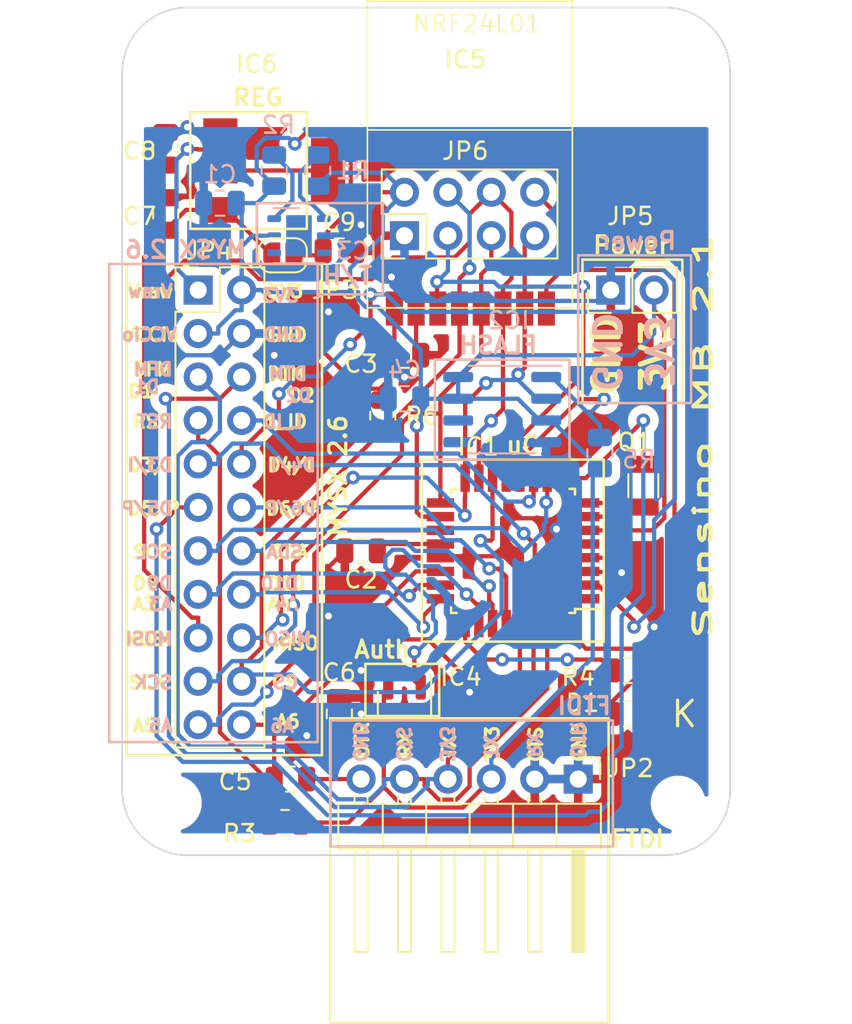
<source format=kicad_pcb>
(kicad_pcb (version 20221018) (generator pcbnew)
  (layers (0 "F.Cu" signal) (31 "B.Cu" signal) (34 "B.Paste" user) (35 "F.Paste" user) (36 "B.SilkS" user "B.Silkscreen") (37 "F.SilkS" user "F.Silkscreen") (38 "B.Mask" user) (39 "F.Mask" user) (44 "Edge.Cuts" user))
  (net 0 "")
  (net 1 "VCC")
  (net 2 "GND")
  (net 3 "Net-(IC1-AREF)")
  (net 4 "/RST")
  (net 5 "/DTR")
  (net 6 "/D3")
  (net 7 "/D4")
  (net 8 "Net-(IC1-XTAL1{slash}PB6)")
  (net 9 "Net-(IC1-XTAL2{slash}PB7)")
  (net 10 "/D5")
  (net 11 "/D6")
  (net 12 "/D7")
  (net 13 "/D8")
  (net 14 "/D9")
  (net 15 "/D10")
  (net 16 "/MOSI")
  (net 17 "/MISO")
  (net 18 "/SCK")
  (net 19 "/A6")
  (net 20 "/A7")
  (net 21 "/A0")
  (net 22 "/A1")
  (net 23 "/A2")
  (net 24 "/A3")
  (net 25 "/SDA")
  (net 26 "/SCL")
  (net 27 "/RXD")
  (net 28 "/TXD")
  (net 29 "/D2")
  (net 31 "Net-(IC3-SDA)")
  (net 34 "Net-(IC3-SCL)")
  (net 36 "/RAW")
  (net 37 "Net-(D1-A)")
  (net 38 "Net-(IC6-VI)")
  (footprint "Jumper:SolderJumper-2_P1.3mm_Open_RoundedPad1.0x1.5mm" (layer "F.Cu") (at 166.878 42.418 180)
    (fp_text reference "JP3")
    (fp_text value "Conn_01x02")
  )
  (footprint "MountingHole:MountingHole_2.7mm_M2.5" (layer "F.Cu") (at 160.528 30.988)
    (fp_text reference "REF**" hide)
    (fp_text value "MountingHole_2.7mm_M2.5")
  )
  (footprint "Connector_PinHeader_2.54mm:PinHeader_2x04_P2.54mm_Vertical" (layer "F.Cu") (at 173.99 41.275 90)
    (fp_text reference "JP6")
    (fp_text value "Conn_02x04_Odd_Even")
  )
  (footprint "Package_TO_SOT_SMD:SOT-23" (layer "F.Cu") (at 173.99 68.58 -90)
    (fp_text reference "IC4")
    (fp_text value "ATSHA204A" hide)
  )
  (footprint "Resistor_SMD:R_0805_2012Metric" (layer "F.Cu") (at 167.005 75.565 180)
    (fp_text reference "R3")
    (fp_text value "56k")
  )
  (footprint "Package_TO_SOT_SMD:SOT-223-3_TabPin2" (layer "F.Cu") (at 166.37 37.465)
    (fp_text reference "IC6")
    (fp_text value "AMS1117-3.3")
  )
  (footprint "Package_QFP:TQFP-32_7x7mm_P0.8mm" (layer "F.Cu") (at 180.34 59.69 180)
    (fp_text reference "IC1")
    (fp_text value "ATmega328P-A" hide)
  )
  (footprint "Resistor_SMD:R_0805_2012Metric" (layer "F.Cu") (at 187.0475 69.215 180)
    (fp_text reference "D1")
    (fp_text value "LED")
  )
  (footprint "Connector_PinHeader_2.54mm:PinHeader_1x06_P2.54mm_Horizontal" (layer "F.Cu") (at 184.15 73.025 -90)
    (fp_text reference "JP2")
    (fp_text value "FTDI")
  )
  (footprint "Resistor_SMD:R_0805_2012Metric" (layer "F.Cu") (at 172.72 51.7925 -90)
    (fp_text reference "R6")
    (fp_text value "56k")
  )
  (footprint "Capacitor_SMD:C_0805_2012Metric" (layer "F.Cu") (at 170.18 69.215 90)
    (fp_text reference "C6")
    (fp_text value "100n")
  )
  (footprint "Resistor_SMD:R_0805_2012Metric" (layer "F.Cu") (at 187.0475 66.675)
    (fp_text reference "R4")
    (fp_text value "330")
  )
  (footprint "Capacitor_SMD:C_0805_2012Metric" (layer "F.Cu") (at 160.02 40.005 90)
    (fp_text reference "C7")
    (fp_text value "4u7")
  )
  (footprint "Capacitor_SMD:C_0805_2012Metric" (layer "F.Cu") (at 171.45 59.69 180)
    (fp_text reference "C2")
    (fp_text value "100n")
  )
  (footprint "Crystal:Crystal_SMD_3215-2Pin_3.2x1.5mm" (layer "F.Cu") (at 187.96 55.88 90)
    (fp_text reference "Q1")
    (fp_text value "Crystal" hide)
  )
  (footprint "MountingHole:MountingHole_2.7mm_M2.5" (layer "F.Cu") (at 189.992 30.988)
    (fp_text reference "REF**" hide)
    (fp_text value "MountingHole_2.7mm_M2.5")
  )
  (footprint "MountingHole:MountingHole_2.7mm_M2.5" (layer "F.Cu") (at 189.992 74.422)
    (fp_text reference "REF**" hide)
    (fp_text value "MountingHole_2.7mm_M2.5")
  )
  (footprint "Sensino:NRF24L01-SMD" (layer "F.Cu") (at 177.8 36.83)
    (fp_text reference "IC5")
    (fp_text value "NRF24L01_Breakout")
  )
  (footprint "MountingHole:MountingHole_2.7mm_M2.5" (layer "F.Cu") (at 160.528 74.422)
    (fp_text reference "REF**" hide)
    (fp_text value "MountingHole_2.7mm_M2.5")
  )
  (footprint "Capacitor_SMD:C_0805_2012Metric" (layer "F.Cu") (at 170.18 42.164)
    (fp_text reference "C9")
    (fp_text value "4u7")
  )
  (footprint "Capacitor_SMD:C_0805_2012Metric" (layer "F.Cu") (at 167.32 73.025)
    (fp_text reference "C5")
    (fp_text value "100n")
  )
  (footprint "Capacitor_SMD:C_0805_2012Metric" (layer "F.Cu") (at 173.99 48.26)
    (fp_text reference "C3")
    (fp_text value "4u7")
  )
  (footprint "Connector_PinHeader_2.54mm:PinHeader_2x11_P2.54mm_Vertical" (layer "F.Cu") (at 161.925 44.45)
    (fp_text reference "JP4")
    (fp_text value "MYSX 2.6" hide)
  )
  (footprint "Capacitor_SMD:C_0805_2012Metric" (layer "F.Cu") (at 160.02 36.195 90)
    (fp_text reference "C8")
    (fp_text value "4u7")
  )
  (footprint "Connector_PinHeader_2.54mm:PinHeader_1x02_P2.54mm_Vertical" (layer "F.Cu") (at 186.055 44.45 90)
    (fp_text reference "JP5")
    (fp_text value "Conn_01x02")
  )
  (footprint "Capacitor_SMD:C_0805_2012Metric" (layer "B.Cu") (at 173.99 50.8 180)
    (fp_text reference "C4")
    (fp_text value "100n")
  )
  (footprint "Capacitor_SMD:C_0805_2012Metric" (layer "B.Cu") (at 163.195 39.37 180)
    (fp_text reference "C1")
    (fp_text value "100n")
  )
  (footprint "Resistor_SMD:R_0805_2012Metric" (layer "B.Cu") (at 185.42 53.975 90)
    (fp_text reference "R5")
    (fp_text value "56k")
  )
  (footprint "Package_SO:SO-8_3.9x4.9mm_P1.27mm" (layer "B.Cu") (at 179.705 51.435 180)
    (fp_text reference "IC2")
    (fp_text value "AT25DF512C-SSHN-B")
  )
  (footprint "Resistor_SMD:R_0805_2012Metric" (layer "B.Cu") (at 166.37 37.465 90)
    (fp_text reference "R2")
    (fp_text value "4k7")
  )
  (footprint "Package_DFN_QFN:DFN-6-1EP_3x3mm_P1mm_EP1.5x2.4mm" (layer "B.Cu") (at 167.82 41.275 180)
    (fp_text reference "IC3")
    (fp_text value "Si7021-A20")
  )
  (footprint "Resistor_SMD:R_0805_2012Metric" (layer "B.Cu") (at 168.91 37.465 90)
    (fp_text reference "R1")
    (fp_text value "4k7")
  )
  (gr_rect (start 156.718 42.926) (end 168.91 70.866) (stroke (width 0.15)) (fill none) (layer "B.SilkS"))
  (gr_rect (start 175.768 48.514) (end 183.642 54.356) (stroke (width 0.15)) (fill none) (layer "B.SilkS"))
  (gr_rect (start 184.15 42.418) (end 190.754 51.054) (stroke (width 0.15)) (fill none) (layer "B.SilkS"))
  (gr_line (start 172.72 39.37) (end 172.72 44.704) (stroke (width 0.15)) (layer "B.SilkS"))
  (gr_line (start 165.354 42.926) (end 165.354 39.37) (stroke (width 0.15)) (layer "B.SilkS"))
  (gr_line (start 172.72 44.704) (end 168.91 44.704) (stroke (width 0.15)) (layer "B.SilkS"))
  (gr_line (start 165.354 39.37) (end 172.72 39.37) (stroke (width 0.15)) (layer "B.SilkS"))
  (gr_rect (start 169.672 69.596) (end 186.182 76.962) (stroke (width 0.15)) (fill none) (layer "B.SilkS"))
  (gr_rect (start 175.006 54.356) (end 185.644 64.994) (stroke (width 0.15)) (fill none) (layer "F.SilkS"))
  (gr_rect (start 171.704 66.294) (end 176.022 69.342) (stroke (width 0.15)) (fill none) (layer "F.SilkS"))
  (gr_rect (start 157.734 42.926) (end 169.164 71.628) (stroke (width 0.15)) (fill none) (layer "F.SilkS"))
  (gr_rect (start 169.645 69.476252) (end 185.928 87.283252) (stroke (width 0.15)) (fill none) (layer "F.SilkS"))
  (gr_rect (start 161.46 34.055) (end 168.28 40.875) (stroke (width 0.15)) (fill none) (layer "F.SilkS"))
  (gr_rect (start 184.404 42.672) (end 190.246 51.054) (stroke (width 0.15)) (fill none) (layer "F.SilkS"))
  (gr_line (start 161.29 77.47) (end 189.23 77.47) (stroke (width 0.1)) (layer "Edge.Cuts"))
  (gr_line (start 193.04 31.75) (end 193.04 73.66) (stroke (width 0.1)) (layer "Edge.Cuts"))
  (gr_line (start 161.29 27.94) (end 189.23 27.94) (stroke (width 0.1)) (layer "Edge.Cuts"))
  (gr_arc (start 189.23 27.94) (mid 191.924077 29.055923) (end 193.04 31.75) (stroke (width 0.1)) (layer "Edge.Cuts"))
  (gr_arc (start 161.29 77.47) (mid 158.595923 76.354077) (end 157.48 73.66) (stroke (width 0.1)) (layer "Edge.Cuts"))
  (gr_arc (start 193.04 73.66) (mid 191.924077 76.354077) (end 189.23 77.47) (stroke (width 0.1)) (layer "Edge.Cuts"))
  (gr_line (start 157.48 31.75) (end 157.48 73.66) (stroke (width 0.1)) (layer "Edge.Cuts"))
  (gr_arc (start 157.48 31.75) (mid 158.595923 29.055923) (end 161.29 27.94) (stroke (width 0.1)) (layer "Edge.Cuts"))
  (gr_text "RST" (at 160.528 52.578) (layer "B.SilkS") (effects (font (size 0.75 0.75) (thickness 0.1875)) (justify left bottom mirror)))
  (gr_text "FLASH" (at 181.864 48.26) (layer "B.SilkS") (effects (font (size 1 1) (thickness 0.2) bold) (justify left bottom mirror)))
  (gr_text "SDA" (at 168.148 60.198) (layer "B.SilkS") (effects (font (size 0.75 0.75) (thickness 0.1875)) (justify left bottom mirror)))
  (gr_text "T/H" (at 172.212 44.196) (layer "B.SilkS") (effects (font (size 1 1) (thickness 0.2) bold) (justify left bottom mirror)))
  (gr_text "A5" (at 160.528 70.358) (layer "B.SilkS") (effects (font (size 0.75 0.75) (thickness 0.1875)) (justify left bottom mirror)))
  (gr_text "D5/P" (at 160.528 57.658) (layer "B.SilkS") (effects (font (size 0.75 0.75) (thickness 0.1875)) (justify left bottom mirror)))
  (gr_text "D2" (at 168.656 51.054) (layer "B.SilkS") (effects (font (size 0.75 0.75) (thickness 0.1875)) (justify left bottom mirror)))
  (gr_text "TX" (at 178.562 71.882 -90) (layer "B.SilkS") (effects (font (size 0.75 0.75) (thickness 0.1875)) (justify left bottom mirror)))
  (gr_text "SCK" (at 160.528 67.818) (layer "B.SilkS") (effects (font (size 0.75 0.75) (thickness 0.1875)) (justify left bottom mirror)))
  (gr_text "D3/I" (at 160.528 55.118) (layer "B.SilkS") (effects (font (size 0.75 0.75) (thickness 0.1875)) (justify left bottom mirror)))
  (gr_text "MISO" (at 168.656 65.278) (layer "B.SilkS") (effects (font (size 0.75 0.75) (thickness 0.1875)) (justify left bottom mirror)))
  (gr_text "VCCio" (at 160.782 47.498) (layer "B.SilkS") (effects (font (size 0.75 0.75) (thickness 0.1875)) (justify left bottom mirror)))
  (gr_text "DTM" (at 168.402 49.784) (layer "B.SilkS") (effects (font (size 0.75 0.75) (thickness 0.1875)) (justify left bottom mirror)))
  (gr_text "SCL" (at 160.528 60.198) (layer "B.SilkS") (effects (font (size 0.75 0.75) (thickness 0.1875)) (justify left bottom mirror)))
  (gr_text "Vraw" (at 160.528 44.958) (layer "B.SilkS") (effects (font (size 0.75 0.75) (thickness 0.1875)) (justify left bottom mirror)))
  (gr_text "GND" (at 184.912 50.546 -90) (layer "B.SilkS") (effects (font (size 1.5 1.5) (thickness 0.3) bold) (justify left bottom mirror)))
  (gr_text "CTS" (at 173.482 72.136 -90) (layer "B.SilkS") (effects (font (size 0.75 0.75) (thickness 0.1875)) (justify left bottom mirror)))
  (gr_text "Power" (at 189.992 42.164) (layer "B.SilkS") (effects (font (size 1 1) (thickness 0.2) bold) (justify left bottom mirror)))
  (gr_text "3V3" (at 167.894 45.212) (layer "B.SilkS") (effects (font (size 0.75 0.75) (thickness 0.1875)) (justify left bottom mirror)))
  (gr_text "D4/I" (at 168.91 55.118) (layer "B.SilkS") (effects (font (size 0.75 0.75) (thickness 0.1875)) (justify left bottom mirror)))
  (gr_text "L_ID" (at 168.148 52.578) (layer "B.SilkS") (effects (font (size 0.75 0.75) (thickness 0.1875)) (justify left bottom mirror)))
  (gr_text "FTDI" (at 186.182 69.342) (layer "B.SilkS") (effects (font (size 1 1) (thickness 0.2) bold) (justify left bottom mirror)))
  (gr_text "MOSI" (at 160.528 65.278) (layer "B.SilkS") (effects (font (size 0.75 0.75) (thickness 0.1875)) (justify left bottom mirror)))
  (gr_text "GND" (at 168.148 47.498) (layer "B.SilkS") (effects (font (size 0.75 0.75) (thickness 0.1875)) (justify left bottom mirror)))
  (gr_text "A6" (at 167.64 70.358) (layer "B.SilkS") (effects (font (size 0.75 0.75) (thickness 0.1875)) (justify left bottom mirror)))
  (gr_text "DFM" (at 160.528 49.53) (layer "B.SilkS") (effects (font (size 0.75 0.75) (thickness 0.1875)) (justify left bottom mirror)))
  (gr_text "D10\nA4" (at 167.894 63.246) (layer "B.SilkS") (effects (font (size 0.75 0.75) (thickness 0.1875)) (justify left bottom mirror)))
  (gr_text "D9\nA3" (at 160.528 63.246) (layer "B.SilkS") (effects (font (size 0.75 0.75) (thickness 0.1875)) (justify left bottom mirror)))
  (gr_text "3V3" (at 176.022 72.136 -90) (layer "B.SilkS") (effects (font (size 0.75 0.75) (thickness 0.1875)) (justify left bottom mirror)))
  (gr_text "D6/P" (at 168.91 57.658) (layer "B.SilkS") (effects (font (size 0.75 0.75) (thickness 0.1875)) (justify left bottom mirror)))
  (gr_text "RX" (at 181.102 71.882 -90) (layer "B.SilkS") (effects (font (size 0.75 0.75) (thickness 0.1875)) (justify left bottom mirror)))
  (gr_text "3V3" (at 187.96 50.292 -90) (layer "B.SilkS") (effects (font (size 1.5 1.5) (thickness 0.3) bold) (justify left bottom mirror)))
  (gr_text "CS" (at 167.894 67.818) (layer "B.SilkS") (effects (font (size 0.75 0.75) (thickness 0.1875)) (justify left bottom mirror)))
  (gr_text "GND" (at 170.942 72.136 -90) (layer "B.SilkS") (effects (font (size 0.75 0.75) (thickness 0.1875)) (justify left bottom mirror)))
  (gr_text "DTR" (at 183.642 71.882 -90) (layer "B.SilkS") (effects (font (size 0.75 0.75) (thickness 0.1875)) (justify left bottom mirror)))
  (gr_text "MYSX 2.6" (at 164.846 42.672) (layer "B.SilkS") (effects (font (size 1 1) (thickness 0.2) bold) (justify left bottom mirror)))
  (gr_text "D1" (at 159.766 50.546) (layer "B.SilkS") (effects (font (size 0.75 0.75) (thickness 0.1875)) (justify left bottom mirror)))
  (gr_text "3V3" (at 189.484 50.546 90) (layer "F.SilkS") (effects (font (size 1.5 1.5) (thickness 0.3) bold) (justify left bottom)))
  (gr_text "SDA" (at 166.116 60.198) (layer "F.SilkS") (effects (font (size 0.75 0.75) (thickness 0.1875)) (justify left bottom)))
  (gr_text "Sensino MB 2.1" (at 192.024 65.024 90) (layer "F.SilkS") (effects (font (size 1 2) (thickness 0.25) bold) (justify left bottom)))
  (gr_text "Power" (at 184.912 42.418) (layer "F.SilkS") (effects (font (size 1 1) (thickness 0.2) bold) (justify left bottom)))
  (gr_text "DFM" (at 157.988 49.53) (layer "F.SilkS") (effects (font (size 0.75 0.75) (thickness 0.1875)) (justify left bottom)))
  (gr_text "D6/P" (at 165.795 57.658) (layer "F.SilkS") (effects (font (size 0.75 0.75) (thickness 0.1875)) (justify left bottom)))
  (gr_text "D4/I" (at 165.862 55.118) (layer "F.SilkS") (effects (font (size 0.75 0.75) (thickness 0.1875)) (justify left bottom)))
  (gr_text "DTR" (at 171.958 71.882 90) (layer "F.SilkS") (effects (font (size 0.75 0.75) (thickness 0.1875)) (justify left bottom)))
  (gr_text "L_ID" (at 165.862 52.578) (layer "F.SilkS") (effects (font (size 0.75 0.75) (thickness 0.1875)) (justify left bottom)))
  (gr_text "RST" (at 157.988 52.578) (layer "F.SilkS") (effects (font (size 0.75 0.75) (thickness 0.1875)) (justify left bottom)))
  (gr_text "SCL" (at 157.988 60.198) (layer "F.SilkS") (effects (font (size 0.75 0.75) (thickness 0.1875)) (justify left bottom)))
  (gr_text "CS" (at 166.116 67.818) (layer "F.SilkS") (effects (font (size 0.75 0.75) (thickness 0.1875)) (justify left bottom)))
  (gr_text "CTS" (at 182.118 72.136 90) (layer "F.SilkS") (effects (font (size 0.75 0.75) (thickness 0.1875)) (justify left bottom)))
  (gr_text "D10\nA4" (at 165.862 63.246) (layer "F.SilkS") (effects (font (size 0.75 0.75) (thickness 0.1875)) (justify left bottom)))
  (gr_text "GND" (at 186.69 50.8 90) (layer "F.SilkS") (effects (font (size 1.5 1.5) (thickness 0.3) bold) (justify left bottom)))
  (gr_text "MYSX 2.6" (at 170.688 58.955 90) (layer "F.SilkS") (effects (font (size 1 1) (thickness 0.2) bold) (justify left bottom)))
  (gr_text "D1" (at 157.734 50.8) (layer "F.SilkS") (effects (font (size 0.75 0.75) (thickness 0.1875)) (justify left bottom)))
  (gr_text "RX" (at 174.498 71.882 90) (layer "F.SilkS") (effects (font (size 0.75 0.75) (thickness 0.1875)) (justify left bottom)))
  (gr_text "TX" (at 177.038 71.882 90) (layer "F.SilkS") (effects (font (size 0.75 0.75) (thickness 0.1875)) (justify left bottom)))
  (gr_text "Vraw" (at 157.734 44.958) (layer "F.SilkS") (effects (font (size 0.75 0.75) (thickness 0.1875)) (justify left bottom)))
  (gr_text "D5/P" (at 157.734 57.658) (layer "F.SilkS") (effects (font (size 0.75 0.75) (thickness 0.1875)) (justify left bottom)))
  (gr_text "MOSI" (at 157.48 65.278) (layer "F.SilkS") (effects (font (size 0.75 0.75) (thickness 0.1875)) (justify left bottom)))
  (gr_text "GND" (at 184.658 72.136 90) (layer "F.SilkS") (effects (font (size 0.75 0.75) (thickness 0.1875)) (justify left bottom)))
  (gr_text "K" (at 189.484 70.104) (layer "F.SilkS") (effects (font (size 1.5 1.5) (thickness 0.1875)) (justify left bottom)))
  (gr_text "A6" (at 166.37 70.104) (layer "F.SilkS") (effects (font (size 0.75 0.75) (thickness 0.1875)) (justify left bottom)))
  (gr_text "3V3" (at 179.578 72.136 90) (layer "F.SilkS") (effects (font (size 0.75 0.75) (thickness 0.1875)) (justify left bottom)))
  (gr_text "SCK" (at 157.734 67.818) (layer "F.SilkS") (effects (font (size 0.75 0.75) (thickness 0.1875)) (justify left bottom)))
  (gr_text "GND" (at 165.862 47.498) (layer "F.SilkS") (effects (font (size 0.75 0.75) (thickness 0.1875)) (justify left bottom)))
  (gr_text "uC" (at 179.832 54.102) (layer "F.SilkS") (effects (font (size 1 1) (thickness 0.2) bold) (justify left bottom)))
  (gr_text "REG" (at 163.83 33.782) (layer "F.SilkS") (effects (font (size 1 1) (thickness 0.2) bold) (justify left bottom)))
  (gr_text "A5" (at 157.988 70.358) (layer "F.SilkS") (effects (font (size 0.75 0.75) (thickness 0.1875)) (justify left bottom)))
  (gr_text "DTM" (at 165.862 49.784) (layer "F.SilkS") (effects (font (size 0.75 0.75) (thickness 0.1875)) (justify left bottom)))
  (gr_text "D9\nA3" (at 157.988 63.246) (layer "F.SilkS") (effects (font (size 0.75 0.75) (thickness 0.1875)) (justify left bottom)))
  (gr_text "3V3" (at 165.862 44.958) (layer "F.SilkS") (effects (font (size 0.75 0.75) (thickness 0.1875)) (justify left bottom)))
  (gr_text "D3/I" (at 157.734 55.118) (layer "F.SilkS") (effects (font (size 0.75 0.75) (thickness 0.1875)) (justify left bottom)))
  (gr_text "FTDI	" (at 185.928 77.125) (layer "F.SilkS") (effects (font (size 1 1) (thickness 0.2) bold) (justify left bottom)))
  (gr_text "MISO" (at 166.116 65.532) (layer "F.SilkS") (effects (font (size 0.75 0.75) (thickness 0.1875)) (justify left bottom)))
  (gr_text "D2" (at 167.132 51.054) (layer "F.SilkS") (effects (font (size 0.75 0.75) (thickness 0.1875)) (justify left bottom)))
  (gr_text "VCCio" (at 157.48 47.498) (layer "F.SilkS") (effects (font (size 0.75 0.75) (thickness 0.1875)) (justify left bottom)))
  (gr_text "Auth" (at 170.942 66.04) (layer "F.SilkS") (effects (font (size 1 1) (thickness 0.2) bold) (justify left bottom)))
  (segment (start 185.7169 58.49) (end 185.7169 60.09) (width 0.25) (layer "F.Cu") (net 1))
  (segment (start 171.4094 50.2175) (end 172.5506 50.2175) (width 0.25) (layer "F.Cu") (net 1))
  (segment (start 189.1894 57.7754) (end 188.4748 58.49) (width 0.25) (layer "F.Cu") (net 1))
  (segment (start 173.9765 74.6886) (end 177.4064 74.6886) (width 0.25) (layer "F.Cu") (net 1))
  (segment (start 188.595 45.6269) (end 189.1894 46.2213) (width 0.25) (layer "F.Cu") (net 1))
  (segment (start 172.5506 50.2175) (end 173.04 49.7281) (width 0.25) (layer "F.Cu") (net 1))
  (segment (start 173.99 38.735) (end 171.8 38.735) (width 0.25) (layer "F.Cu") (net 1))
  (segment (start 173.4 45.53) (end 173.4 47.9) (width 0.25) (layer "F.Cu") (net 1))
  (segment (start 170.845 35.24) (end 168.237631 35.24) (width 0.25) (layer "F.Cu") (net 1))
  (segment (start 185.7169 58.49) (end 184.59 58.49) (width 0.25) (layer "F.Cu") (net 1))
  (segment (start 168.237631 35.24) (end 167.575687 35.901944) (width 0.25) (layer "F.Cu") (net 1))
  (segment (start 189.1894 46.2213) (end 189.1894 57.7754) (width 0.25) (layer "F.Cu") (net 1))
  (segment (start 172.7818 67.9007) (end 173.04 67.6425) (width 0.25) (layer "F.Cu") (net 1))
  (segment (start 170.845 39.69) (end 170.845 35.24) (width 0.25) (layer "F.Cu") (net 1))
  (segment (start 164.465 44.45) (end 165.6419 44.45) (width 0.25) (layer "F.Cu") (net 1))
  (segment (start 174.7098 57.4367) (end 174.9631 57.69) (width 0.25) (layer "F.Cu") (net 1))
  (segment (start 177.4064 74.6886) (end 179.07 73.025) (width 0.25) (layer "F.Cu") (net 1))
  (segment (start 188.4748 58.49) (end 185.7169 58.49) (width 0.25) (layer "F.Cu") (net 1))
  (segment (start 171.8 38.735) (end 170.845 39.69) (width 0.25) (layer "F.Cu") (net 1))
  (segment (start 169.23 42.418) (end 169.484 42.164) (width 0.25) (layer "F.Cu") (net 1))
  (segment (start 172.5506 50.2175) (end 172.5506 50.7106) (width 0.25) (layer "F.Cu") (net 1))
  (segment (start 173.04 49.7281) (end 173.04 48.26) (width 0.25) (layer "F.Cu") (net 1))
  (segment (start 172.7818 70.165) (end 172.7818 67.9007) (width 0.25) (layer "F.Cu") (net 1))
  (segment (start 176.09 57.69) (end 174.9631 57.69) (width 0.25) (layer "F.Cu") (net 1))
  (segment (start 169.484 42.164) (end 169.484 41.051) (width 0.25) (layer "F.Cu") (net 1))
  (segment (start 173.4 47.9) (end 173.04 48.26) (width 0.25) (layer "F.Cu") (net 1))
  (segment (start 174.7098 52.3912) (end 174.7098 57.4367) (width 0.25) (layer "F.Cu") (net 1))
  (segment (start 170.7107 75.565) (end 172.7818 73.4939) (width 0.25) (layer "F.Cu") (net 1))
  (segment (start 188.595 44.45) (end 188.595 45.6269) (width 0.25) (layer "F.Cu") (net 1))
  (segment (start 172.7818 73.4939) (end 172.7818 70.165) (width 0.25) (layer "F.Cu") (net 1))
  (segment (start 172.5506 50.7106) (end 172.72 50.88) (width 0.25) (layer "F.Cu") (net 1))
  (segment (start 184.59 60.09) (end 185.7169 60.09) (width 0.25) (layer "F.Cu") (net 1))
  (segment (start 170.18 70.165) (end 172.7818 70.165) (width 0.25) (layer "F.Cu") (net 1))
  (segment (start 169.484 41.051) (end 170.149 40.386) (width 0.25) (layer "F.Cu") (net 1))
  (segment (start 170.149 40.386) (end 170.845 39.69) (width 0.25) (layer "F.Cu") (net 1))
  (segment (start 165.6419 44.45) (end 171.4094 50.2175) (width 0.25) (layer "F.Cu") (net 1))
  (segment (start 167.528 42.418) (end 169.23 42.418) (width 0.25) (layer "F.Cu") (net 1))
  (segment (start 172.7818 73.4939) (end 173.9765 74.6886) (width 0.25) (layer "F.Cu") (net 1))
  (segment (start 167.9175 75.565) (end 170.7107 75.565) (width 0.25) (layer "F.Cu") (net 1))
  (via (at 174.7098 52.3912) (size 0.8) (drill 0.4) (layers "F.Cu" "B.Cu") (net 1))
  (via (at 167.575687 35.901944) (size 0.8) (drill 0.4) (layers "F.Cu" "B.Cu") (net 1))
  (segment (start 168.91 38.3775) (end 169.6955 37.592) (width 0.25) (layer "B.Cu") (net 1))
  (segment (start 172.72 41.275) (end 172.72 40.005) (width 0.25) (layer "B.Cu") (net 1))
  (segment (start 164.465 39.69) (end 164.145 39.37) (width 0.25) (layer "B.Cu") (net 1))
  (segment (start 164.465 41.91) (end 164.465 44.45) (width 0.25) (layer "B.Cu") (net 1))
  (segment (start 164.465 44.45) (end 164.465 45.6269) (width 0.25) (layer "B.Cu") (net 1))
  (segment (start 187.325 48.26) (end 188.595 46.99) (width 0.25) (layer "B.Cu") (net 1))
  (segment (start 177.13 50.8) (end 177.13 49.53) (width 0.25) (layer "B.Cu") (net 1))
  (segment (start 164.465 41.91) (end 164.465 39.69) (width 0.25) (layer "B.Cu") (net 1))
  (segment (start 172.429 45.429) (end 174.94 47.94) (width 0.25) (layer "B.Cu") (net 1))
  (segment (start 177.13 50.8) (end 174.94 50.8) (width 0.25) (layer "B.Cu") (net 1))
  (segment (start 174.94 47.94) (end 174.94 50.8) (width 0.25) (layer "B.Cu") (net 1))
  (segment (start 165.345 37.3525) (end 165.345 36.051827) (width 0.25) (layer "B.Cu") (net 1))
  (segment (start 165.6419 44.45) (end 165.7654 44.5735) (width 0.25) (layer "B.Cu") (net 1))
  (segment (start 184.9989 54.8875) (end 184.9989 54.4664) (width 0.25) (layer "B.Cu") (net 1))
  (segment (start 177.13 49.53) (end 178.4 48.26) (width 0.25) (layer "B.Cu") (net 1))
  (segment (start 188.595 46.99) (end 188.595 44.45) (width 0.25) (layer "B.Cu") (net 1))
  (segment (start 184.9989 54.4664) (end 182.6025 52.07) (width 0.25) (layer "B.Cu") (net 1))
  (segment (start 174.94 50.8) (end 174.94 52.161) (width 0.25) (layer "B.Cu") (net 1))
  (segment (start 180.6258 50.8) (end 177.13 50.8) (width 0.25) (layer "B.Cu") (net 1))
  (segment (start 165.3775 39.37) (end 166.37 38.3775) (width 0.25) (layer "B.Cu") (net 1))
  (segment (start 167.233743 35.56) (end 167.575687 35.901944) (width 0.25) (layer "B.Cu") (net 1))
  (segment (start 171.2779 44.5735) (end 171.2779 45.004305) (width 0.25) (layer "B.Cu") (net 1))
  (segment (start 169.6955 37.592) (end 172.847 37.592) (width 0.25) (layer "B.Cu") (net 1))
  (segment (start 171.702595 45.429) (end 172.429 45.429) (width 0.25) (layer "B.Cu") (net 1))
  (segment (start 170.18 44.5735) (end 171.2779 44.5735) (width 0.25) (layer "B.Cu") (net 1))
  (segment (start 170.815 44.5735) (end 170.815 43.18) (width 0.25) (layer "B.Cu") (net 1))
  (segment (start 179.07 73.025) (end 179.07 71.8481) (width 0.25) (layer "B.Cu") (net 1))
  (segment (start 165.836827 35.56) (end 167.233743 35.56) (width 0.25) (layer "B.Cu") (net 1))
  (segment (start 161.925 46.99) (end 163.1019 46.99) (width 0.25) (layer "B.Cu") (net 1))
  (segment (start 182.28 52.07) (end 181.8958 52.07) (width 0.25) (layer "B.Cu") (net 1))
  (segment (start 165.1 41.275) (end 164.465 41.91) (width 0.25) (layer "B.Cu") (net 1))
  (segment (start 164.0972 45.6269) (end 163.1019 46.6222) (width 0.25) (layer "B.Cu") (net 1))
  (segment (start 165.345 36.051827) (end 165.836827 35.56) (width 0.25) (layer "B.Cu") (net 1))
  (segment (start 182.6025 52.07) (end 182.28 52.07) (width 0.25) (layer "B.Cu") (net 1))
  (segment (start 164.145 39.37) (end 165.3775 39.37) (width 0.25) (layer "B.Cu") (net 1))
  (segment (start 165.7654 44.5735) (end 170.18 44.5735) (width 0.25) (layer "B.Cu") (net 1))
  (segment (start 172.847 37.592) (end 173.99 38.735) (width 0.25) (layer "B.Cu") (net 1))
  (segment (start 166.37 38.3775) (end 165.345 37.3525) (width 0.25) (layer "B.Cu") (net 1))
  (segment (start 163.1019 46.6222) (end 163.1019 46.99) (width 0.25) (layer "B.Cu") (net 1))
  (segment (start 171.2779 45.004305) (end 171.702595 45.429) (width 0.25) (layer "B.Cu") (net 1))
  (segment (start 174.94 52.161) (end 174.7098 52.3912) (width 0.25) (layer "B.Cu") (net 1))
  (segment (start 166.37 41.275) (end 165.1 41.275) (width 0.25) (layer "B.Cu") (net 1))
  (segment (start 164.465 45.6269) (end 164.0972 45.6269) (width 0.25) (layer "B.Cu") (net 1))
  (segment (start 184.9989 65.9192) (end 184.9989 54.8875) (width 0.25) (layer "B.Cu") (net 1))
  (segment (start 164.465 44.45) (end 165.6419 44.45) (width 0.25) (layer "B.Cu") (net 1))
  (segment (start 172.72 40.005) (end 173.99 38.735) (width 0.25) (layer "B.Cu") (net 1))
  (segment (start 179.07 71.8481) (end 184.9989 65.9192) (width 0.25) (layer "B.Cu") (net 1))
  (segment (start 178.4 48.26) (end 187.325 48.26) (width 0.25) (layer "B.Cu") (net 1))
  (segment (start 170.18 44.5735) (end 170.815 44.5735) (width 0.25) (layer "B.Cu") (net 1))
  (segment (start 185.42 54.8875) (end 184.9989 54.8875) (width 0.25) (layer "B.Cu") (net 1))
  (segment (start 181.8958 52.07) (end 180.6258 50.8) (width 0.25) (layer "B.Cu") (net 1))
  (segment (start 170.815 43.18) (end 172.72 41.275) (width 0.25) (layer "B.Cu") (net 1))
  (segment (start 168.275 70.485) (end 168.275 70.17) (width 0.25) (layer "F.Cu") (net 2))
  (segment (start 173.99 49.21) (end 174.94 48.26) (width 0.25) (layer "F.Cu") (net 2))
  (segment (start 184.59 60.89) (end 186.69 60.96) (width 0.25) (layer "F.Cu") (net 2))
  (segment (start 184.59 60.89) (end 183.445 60.89) (width 0.25) (layer "F.Cu") (net 2))
  (segment (start 174.67 47.99) (end 174.67 45.53) (width 0.25) (layer "F.Cu") (net 2))
  (segment (start 179.705 57.785) (end 182.245 57.785) (width 0.25) (layer "F.Cu") (net 2))
  (segment (start 188.595 62.865) (end 188.595 64.135) (width 0.25) (layer "F.Cu") (net 2))
  (segment (start 183.445 60.89) (end 182.88 60.325) (width 0.25) (layer "F.Cu") (net 2))
  (segment (start 170.5 59.69) (end 169.545 60.645) (width 0.25) (layer "F.Cu") (net 2))
  (segment (start 173.708 43.688) (end 174.67 44.65) (width 0.25) (layer "F.Cu") (net 2))
  (segment (start 169.545 60.645) (end 169.545 63.5) (width 0.25) (layer "F.Cu") (net 2))
  (segment (start 160.02 39.055) (end 158.97 38.005) (width 0.25) (layer "F.Cu") (net 2))
  (segment (start 176.09 60.09) (end 176.177034 60.002966) (width 0.25) (layer "F.Cu") (net 2))
  (segment (start 173.99 49.53) (end 173.99 49.21) (width 0.25) (layer "F.Cu") (net 2))
  (segment (start 182.88 59.95) (end 183.54 59.29) (width 0.25) (layer "F.Cu") (net 2))
  (segment (start 186.69 60.96) (end 188.595 62.865) (width 0.25) (layer "F.Cu") (net 2))
  (segment (start 158.97 38.005) (end 158.97 36.295) (width 0.25) (layer "F.Cu") (net 2))
  (segment (start 158.97 36.295) (end 160.02 35.245) (width 0.25) (layer "F.Cu") (net 2))
  (segment (start 186.69 60.96) (end 186.62 60.89) (width 0.25) (layer "F.Cu") (net 2))
  (segment (start 182.88 60.325) (end 182.88 59.95) (width 0.25) (layer "F.Cu") (net 2))
  (segment (start 173.228 43.688) (end 173.708 43.688) (width 0.25) (layer "F.Cu") (net 2))
  (segment (start 179.392034 60.002966) (end 179.705 59.69) (width 0.25) (layer "F.Cu") (net 2))
  (segment (start 174.94 48.26) (end 174.67 47.99) (width 0.25) (layer "F.Cu") (net 2))
  (segment (start 168.275 70.17) (end 170.18 68.265) (width 0.25) (layer "F.Cu") (net 2))
  (segment (start 182.245 57.785) (end 182.88 58.42) (width 0.25) (layer "F.Cu") (net 2))
  (segment (start 174.67 44.65) (end 174.67 45.53) (width 0.25) (layer "F.Cu") (net 2))
  (segment (start 176.177034 60.002966) (end 179.392034 60.002966) (width 0.25) (layer "F.Cu") (net 2))
  (segment (start 183.54 59.29) (end 184.59 59.29) (width 0.25) (layer "F.Cu") (net 2))
  (segment (start 179.705 59.69) (end 179.705 57.785) (width 0.25) (layer "F.Cu") (net 2))
  (via (at 171.45 66.675) (size 0.8) (drill 0.4) (layers "F.Cu" "B.Cu") (net 2))
  (via (at 161.29 34.925) (size 0.8) (drill 0.4) (layers "F.Cu" "B.Cu") (net 2))
  (via (at 177.8 67.945) (size 0.8) (drill 0.4) (layers "F.Cu" "B.Cu") (net 2))
  (via (at 168.275 70.485) (size 0.8) (drill 0.4) (layers "F.Cu" "B.Cu") (net 2))
  (via (at 182.88 58.42) (size 0.8) (drill 0.4) (layers "F.Cu" "B.Cu") (net 2))
  (via (at 186.69 60.96) (size 0.8) (drill 0.4) (layers "F.Cu" "B.Cu") (net 2))
  (via (at 171.45 40.64) (size 0.8) (drill 0.4) (layers "F.Cu" "B.Cu") (net 2))
  (via (at 173.228 43.688) (size 0.8) (drill 0.4) (layers "F.Cu" "B.Cu") (net 2))
  (via (at 169.545 63.5) (size 0.8) (drill 0.4) (layers "F.Cu" "B.Cu") (net 2))
  (via (at 171.45 69.215) (size 0.8) (drill 0.4) (layers "F.Cu" "B.Cu") (net 2))
  (via (at 188.595 64.135) (size 0.8) (drill 0.4) (layers "F.Cu" "B.Cu") (net 2))
  (via (at 166.37 48.26) (size 0.8) (drill 0.4) (layers "F.Cu" "B.Cu") (net 2))
  (via (at 173.99 49.53) (size 0.8) (drill 0.4) (layers "F.Cu" "B.Cu") (net 2))
  (via (at 169.545 45.72) (size 0.8) (drill 0.4) (layers "F.Cu" "B.Cu") (net 2))
  (segment (start 163.195 48.26) (end 160.655 48.26) (width 0.25) (layer "B.Cu") (net 2))
  (segment (start 173.228 43.688) (end 173.228 44.196) (width 0.25) (layer "B.Cu") (net 2))
  (segment (start 174.117 45.085) (end 185.42 45.085) (width 0.25) (layer "B.Cu") (net 2))
  (segment (start 185.42 45.085) (end 186.055 44.45) (width 0.25) (layer "B.Cu") (net 2))
  (segment (start 164.465 46.99) (end 163.195 48.26) (width 0.25) (layer "B.Cu") (net 2))
  (segment (start 173.228 44.196) (end 174.117 45.085) (width 0.25) (layer "B.Cu") (net 2))
  (segment (start 172.4 59.69) (end 172.8 59.29) (width 0.25) (layer "F.Cu") (net 3))
  (segment (start 172.8 59.29) (end 176.09 59.29) (width 0.25) (layer "F.Cu") (net 3))
  (segment (start 162.2908 53.2469) (end 161.925 53.2469) (width 0.25) (layer "F.Cu") (net 4))
  (segment (start 166.1456 75.5119) (end 166.1456 73.2495) (width 0.25) (layer "F.Cu") (net 4))
  (segment (start 166.0925 75.565) (end 166.1456 75.5119) (width 0.25) (layer "F.Cu") (net 4))
  (segment (start 163.195 54.1511) (end 162.2908 53.2469) (width 0.25) (layer "F.Cu") (net 4))
  (segment (start 166.37 73.025) (end 166.37 70.4753) (width 0.25) (layer "F.Cu") (net 4))
  (segment (start 175.3632 64.8626) (end 177.7206 67.22) (width 0.25) (layer "F.Cu") (net 4))
  (segment (start 166.1456 73.2495) (end 166.1456 73.2494) (width 0.25) (layer "F.Cu") (net 4))
  (segment (start 163.195 70.2989) (end 163.195 54.1511) (width 0.25) (layer "F.Cu") (net 4))
  (segment (start 180.521704 67.22) (end 180.74 67.001704) (width 0.25) (layer "F.Cu") (net 4))
  (segment (start 166.1456 73.2494) (end 166.37 73.025) (width 0.25) (layer "F.Cu") (net 4))
  (segment (start 171.9827 64.8626) (end 175.3632 64.8626) (width 0.25) (layer "F.Cu") (net 4))
  (segment (start 166.1456 73.2494) (end 163.195 70.2989) (width 0.25) (layer "F.Cu") (net 4))
  (segment (start 180.74 67.001704) (end 180.74 63.94) (width 0.25) (layer "F.Cu") (net 4))
  (segment (start 161.925 52.07) (end 161.925 53.2469) (width 0.25) (layer "F.Cu") (net 4))
  (segment (start 166.37 70.4753) (end 171.9827 64.8626) (width 0.25) (layer "F.Cu") (net 4))
  (segment (start 177.7206 67.22) (end 180.521704 67.22) (width 0.25) (layer "F.Cu") (net 4))
  (segment (start 168.27 73.025) (end 171.45 73.025) (width 0.25) (layer "F.Cu") (net 5))
  (segment (start 181.61 59.318652) (end 181.61 62.49) (width 0.25) (layer "F.Cu") (net 6))
  (segment (start 180.965875 58.674527) (end 181.61 59.318652) (width 0.25) (layer "F.Cu") (net 6))
  (segment (start 181.61 62.49) (end 184.59 62.49) (width 0.25) (layer "F.Cu") (net 6))
  (via (at 180.965875 58.674527) (size 0.8) (drill 0.4) (layers "F.Cu" "B.Cu") (net 6))
  (segment (start 165.8709 53.4194) (end 163.9267 53.4194) (width 0.25) (layer "B.Cu") (net 6))
  (segment (start 163.1019 54.61) (end 161.925 54.61) (width 0.25) (layer "B.Cu") (net 6))
  (segment (start 176.970948 54.6796) (end 167.1311 54.6796) (width 0.25) (layer "B.Cu") (net 6))
  (segment (start 163.9267 53.4194) (end 163.1019 54.2442) (width 0.25) (layer "B.Cu") (net 6))
  (segment (start 163.1019 54.2442) (end 163.1019 54.61) (width 0.25) (layer "B.Cu") (net 6))
  (segment (start 180.965875 58.674527) (end 176.970948 54.6796) (width 0.25) (layer "B.Cu") (net 6))
  (segment (start 167.1311 54.6796) (end 165.8709 53.4194) (width 0.25) (layer "B.Cu") (net 6))
  (segment (start 164.8308 53.4331) (end 164.465 53.4331) (width 0.25) (layer "F.Cu") (net 7))
  (segment (start 164.465 54.61) (end 164.465 53.4331) (width 0.25) (layer "F.Cu") (net 7))
  (segment (start 172.0029 46.4371) (end 170.815 47.625) (width 0.25) (layer "F.Cu") (net 7))
  (segment (start 166.6441 50.5195) (end 166.6441 51.6198) (width 0.25) (layer "F.Cu") (net 7))
  (segment (start 185.3273 61.69) (end 184.59 61.69) (width 0.25) (layer "F.Cu") (net 7))
  (segment (start 187.4145 64.135) (end 187.4145 63.7772) (width 0.25) (layer "F.Cu") (net 7))
  (segment (start 166.6441 51.6198) (end 164.8308 53.4331) (width 0.25) (layer "F.Cu") (net 7))
  (segment (start 172.0029 44.704) (end 172.0029 46.4371) (width 0.25) (layer "F.Cu") (net 7))
  (segment (start 187.4145 63.7772) (end 185.3273 61.69) (width 0.25) (layer "F.Cu") (net 7))
  (via (at 187.4145 64.135) (size 0.8) (drill 0.4) (layers "F.Cu" "B.Cu") (net 7))
  (via (at 166.6441 50.5195) (size 0.8) (drill 0.4) (layers "F.Cu" "B.Cu") (net 7))
  (via (at 170.815 47.625) (size 0.8) (drill 0.4) (layers "F.Cu" "B.Cu") (net 7))
  (via (at 172.0029 44.704) (size 0.8) (drill 0.4) (layers "F.Cu" "B.Cu") (net 7))
  (segment (start 172.940396 44.704) (end 173.956396 45.72) (width 0.25) (layer "B.Cu") (net 7))
  (segment (start 167.673 49.4906) (end 166.6441 50.5195) (width 0.25) (layer "B.Cu") (net 7))
  (segment (start 173.956396 45.72) (end 187.135 45.72) (width 0.25) (layer "B.Cu") (net 7))
  (segment (start 189.0522 43.18) (end 189.8088 43.9366) (width 0.25) (layer "B.Cu") (net 7))
  (segment (start 188.595 62.9545) (end 187.4145 64.135) (width 0.25) (layer "B.Cu") (net 7))
  (segment (start 172.0029 44.704) (end 172.940396 44.704) (width 0.25) (layer "B.Cu") (net 7))
  (segment (start 189.8088 56.6683) (end 188.595 57.8821) (width 0.25) (layer "B.Cu") (net 7))
  (segment (start 168.9494 49.4906) (end 167.673 49.4906) (width 0.25) (layer "B.Cu") (net 7))
  (segment (start 189.8088 43.9366) (end 189.8088 56.6683) (width 0.25) (layer "B.Cu") (net 7))
  (segment (start 187.135 45.72) (end 187.325 45.53) (width 0.25) (layer "B.Cu") (net 7))
  (segment (start 187.96 43.18) (end 189.0522 43.18) (width 0.25) (layer "B.Cu") (net 7))
  (segment (start 170.815 47.625) (end 168.9494 49.4906) (width 0.25) (layer "B.Cu") (net 7))
  (segment (start 187.325 45.53) (end 187.325 43.815) (width 0.25) (layer "B.Cu") (net 7))
  (segment (start 187.325 43.815) (end 187.96 43.18) (width 0.25) (layer "B.Cu") (net 7))
  (segment (start 188.595 57.8821) (end 188.595 62.9545) (width 0.25) (layer "B.Cu") (net 7))
  (segment (start 187.96 57.13) (end 186.7331 57.13) (width 0.25) (layer "F.Cu") (net 8))
  (segment (start 186.7331 57.13) (end 186.1731 57.69) (width 0.25) (layer "F.Cu") (net 8))
  (segment (start 186.1731 57.69) (end 184.59 57.69) (width 0.25) (layer "F.Cu") (net 8))
  (segment (start 186.7331 55.8738) (end 185.7169 56.89) (width 0.25) (layer "F.Cu") (net 9))
  (segment (start 186.7331 54.63) (end 186.7331 55.8738) (width 0.25) (layer "F.Cu") (net 9))
  (segment (start 184.59 56.89) (end 185.7169 56.89) (width 0.25) (layer "F.Cu") (net 9))
  (segment (start 187.96 54.63) (end 186.7331 54.63) (width 0.25) (layer "F.Cu") (net 9))
  (segment (start 159.4881 58.42) (end 160.7581 57.15) (width 0.25) (layer "F.Cu") (net 10))
  (segment (start 160.7581 57.15) (end 161.925 57.15) (width 0.25) (layer "F.Cu") (net 10))
  (segment (start 184.59 55.44) (end 187.96 52.07) (width 0.25) (layer "F.Cu") (net 10))
  (segment (start 183.14 55.44) (end 184.59 55.44) (width 0.25) (layer "F.Cu") (net 10))
  (via (at 159.4881 58.42) (size 0.8) (drill 0.4) (layers "F.Cu" "B.Cu") (net 10))
  (via (at 187.96 52.07) (size 0.8) (drill 0.4) (layers "F.Cu" "B.Cu") (net 10))
  (segment (start 166.37 72.02) (end 169.4887 75.1387) (width 0.25) (layer "B.Cu") (net 10))
  (segment (start 184.5763 75.1387) (end 184.785 74.93) (width 0.25) (layer "B.Cu") (net 10))
  (segment (start 186.69 71.12) (end 186.69 63.5) (width 0.25) (layer "B.Cu") (net 10))
  (segment (start 186.055 71.755) (end 186.69 71.12) (width 0.25) (layer "B.Cu") (net 10))
  (segment (start 159.4881 70.485) (end 161.0231 72.02) (width 0.25) (layer "B.Cu") (net 10))
  (segment (start 186.055 74.295) (end 186.055 71.755) (width 0.25) (layer "B.Cu") (net 10))
  (segment (start 187.96 62.23) (end 187.96 52.07) (width 0.25) (layer "B.Cu") (net 10))
  (segment (start 161.0231 72.02) (end 166.37 72.02) (width 0.25) (layer "B.Cu") (net 10))
  (segment (start 185.42 74.93) (end 186.055 74.295) (width 0.25) (layer "B.Cu") (net 10))
  (segment (start 169.4887 75.1387) (end 184.5763 75.1387) (width 0.25) (layer "B.Cu") (net 10))
  (segment (start 184.785 74.93) (end 185.42 74.93) (width 0.25) (layer "B.Cu") (net 10))
  (segment (start 186.69 63.5) (end 187.96 62.23) (width 0.25) (layer "B.Cu") (net 10))
  (segment (start 159.4881 70.485) (end 159.4881 58.42) (width 0.25) (layer "B.Cu") (net 10))
  (segment (start 182.34 56.7959) (end 182.34 55.44) (width 0.25) (layer "F.Cu") (net 11))
  (segment (start 182.2798 56.8561) (end 182.34 56.7959) (width 0.25) (layer "F.Cu") (net 11))
  (via (at 182.2798 56.8561) (size 0.8) (drill 0.4) (layers "F.Cu" "B.Cu") (net 11))
  (segment (start 182.155 58.51) (end 182.155 58.119695) (width 0.25) (layer "B.Cu") (net 11))
  (segment (start 179.62965 58.3629) (end 180.95675 59.69) (width 0.25) (layer "B.Cu") (net 11))
  (segment (start 182.2798 57.994895) (end 182.2798 56.8561) (width 0.25) (layer "B.Cu") (net 11))
  (segment (start 176.8152 58.3629) (end 179.62965 58.3629) (width 0.25) (layer "B.Cu") (net 11))
  (segment (start 180.975 59.69) (end 182.155 58.51) (width 0.25) (layer "B.Cu") (net 11))
  (segment (start 175.0923 57.15) (end 176.5602 58.6179) (width 0.25) (layer "B.Cu") (net 11))
  (segment (start 180.95675 59.69) (end 180.975 59.69) (width 0.25) (layer "B.Cu") (net 11))
  (segment (start 176.5602 58.6179) (end 176.8152 58.3629) (width 0.25) (layer "B.Cu") (net 11))
  (segment (start 182.155 58.119695) (end 182.2798 57.994895) (width 0.25) (layer "B.Cu") (net 11))
  (segment (start 164.465 57.15) (end 175.0923 57.15) (width 0.25) (layer "B.Cu") (net 11))
  (segment (start 181.54 56.5669) (end 181.54 55.44) (width 0.25) (layer "F.Cu") (net 12))
  (segment (start 181.295873 56.811027) (end 181.54 56.5669) (width 0.25) (layer "F.Cu") (net 12))
  (segment (start 181.281315 56.811027) (end 181.295873 56.811027) (width 0.25) (layer "F.Cu") (net 12))
  (via (at 181.281315 56.811027) (size 0.8) (drill 0.4) (layers "F.Cu" "B.Cu") (net 12))
  (segment (start 181.281315 56.811027) (end 179.953427 56.811027) (width 0.25) (layer "B.Cu") (net 12))
  (segment (start 167.5742 54.0023) (end 165.6419 52.07) (width 0.25) (layer "B.Cu") (net 12))
  (segment (start 165.6419 52.07) (end 164.465 52.07) (width 0.25) (layer "B.Cu") (net 12))
  (segment (start 179.953427 56.811027) (end 177.1447 54.0023) (width 0.25) (layer "B.Cu") (net 12))
  (segment (start 177.1447 54.0023) (end 167.5742 54.0023) (width 0.25) (layer "B.Cu") (net 12))
  (segment (start 180.74 55.44) (end 180.74 54.3131) (width 0.25) (layer "F.Cu") (net 13))
  (segment (start 185.6618 50.8215) (end 184.2316 50.8215) (width 0.25) (layer "F.Cu") (net 13))
  (segment (start 184.2316 50.8215) (end 180.74 54.3131) (width 0.25) (layer "F.Cu") (net 13))
  (via (at 185.6618 50.8215) (size 0.8) (drill 0.4) (layers "F.Cu" "B.Cu") (net 13))
  (segment (start 185.6618 50.8215) (end 184.7842 51.6991) (width 0.25) (layer "B.Cu") (net 13))
  (segment (start 184.7842 51.6991) (end 185.42 52.335) (width 0.25) (layer "B.Cu") (net 13))
  (segment (start 182.28 49.53) (end 182.615 49.53) (width 0.25) (layer "B.Cu") (net 13))
  (segment (start 182.615 49.53) (end 184.7842 51.6991) (width 0.25) (layer "B.Cu") (net 13))
  (segment (start 185.42 52.335) (end 185.42 53.0625) (width 0.25) (layer "B.Cu") (net 13))
  (segment (start 175.895 45.485) (end 175.94 45.53) (width 0.25) (layer "F.Cu") (net 14))
  (segment (start 184.4507 44.2482) (end 184.4507 49.3811) (width 0.25) (layer "F.Cu") (net 14))
  (segment (start 175.895 43.9678) (end 175.895 45.485) (width 0.25) (layer "F.Cu") (net 14))
  (segment (start 184.4507 49.3811) (end 179.94 53.8918) (width 0.25) (layer "F.Cu") (net 14))
  (segment (start 179.94 53.8918) (end 179.94 55.44) (width 0.25) (layer "F.Cu") (net 14))
  (via (at 184.4507 44.2482) (size 0.8) (drill 0.4) (layers "F.Cu" "B.Cu") (net 14))
  (via (at 175.895 43.9678) (size 0.8) (drill 0.4) (layers "F.Cu" "B.Cu") (net 14))
  (segment (start 179.2253 43.9678) (end 179.5057 44.2482) (width 0.25) (layer "B.Cu") (net 14))
  (segment (start 175.895 43.9678) (end 176.53 43.3328) (width 0.25) (layer "B.Cu") (net 14))
  (segment (start 179.5057 44.2482) (end 184.4507 44.2482) (width 0.25) (layer "B.Cu") (net 14))
  (segment (start 175.895 43.9678) (end 179.2253 43.9678) (width 0.25) (layer "B.Cu") (net 14))
  (segment (start 176.53 43.3328) (end 176.53 41.275) (width 0.25) (layer "B.Cu") (net 14))
  (segment (start 172.72 52.705) (end 172.6565 52.705) (width 0.25) (layer "F.Cu") (net 15))
  (segment (start 164.465 67.31) (end 164.465 66.1331) (width 0.25) (layer "F.Cu") (net 15))
  (segment (start 165.6419 59.7196) (end 165.6419 65.3241) (width 0.25) (layer "F.Cu") (net 15))
  (segment (start 177.21 48.215) (end 172.72 52.705) (width 0.25) (layer "F.Cu") (net 15))
  (segment (start 172.6565 52.705) (end 165.6419 59.7196) (width 0.25) (layer "F.Cu") (net 15))
  (segment (start 178.435 59.0874) (end 179.0439 59.0874) (width 0.25) (layer "F.Cu") (net 15))
  (segment (start 164.8329 66.1331) (end 164.465 66.1331) (width 0.25) (layer "F.Cu") (net 15))
  (segment (start 177.21 45.53) (end 177.21 48.215) (width 0.25) (layer "F.Cu") (net 15))
  (segment (start 179.0439 59.0874) (end 179.14 58.9913) (width 0.25) (layer "F.Cu") (net 15))
  (segment (start 179.14 58.9913) (end 179.14 55.44) (width 0.25) (layer "F.Cu") (net 15))
  (segment (start 177.21 43.77) (end 177.8 43.18) (width 0.25) (layer "F.Cu") (net 15))
  (segment (start 177.21 45.53) (end 177.21 43.77) (width 0.25) (layer "F.Cu") (net 15))
  (segment (start 165.6419 65.3241) (end 164.8329 66.1331) (width 0.25) (layer "F.Cu") (net 15))
  (via (at 178.435 59.0874) (size 0.8) (drill 0.4) (layers "F.Cu" "B.Cu") (net 15))
  (via (at 177.8 43.18) (size 0.8) (drill 0.4) (layers "F.Cu" "B.Cu") (net 15))
  (segment (start 168.388905 67.945) (end 167.359705 66.9158) (width 0.25) (layer "B.Cu") (net 15))
  (segment (start 179.67195 63.26685) (end 174.9938 67.945) (width 0.25) (layer "B.Cu") (net 15))
  (segment (start 177.8 43.18) (end 177.8 40.005) (width 0.25) (layer "B.Cu") (net 15))
  (segment (start 164.8592 66.9158) (end 164.465 67.31) (width 0.25) (layer "B.Cu") (net 15))
  (segment (start 179.67195 60.32435) (end 179.67195 63.26685) (width 0.25) (layer "B.Cu") (net 15))
  (segment (start 177.8 40.005) (end 176.53 38.735) (width 0.25) (layer "B.Cu") (net 15))
  (segment (start 174.9938 67.945) (end 168.388905 67.945) (width 0.25) (layer "B.Cu") (net 15))
  (segment (start 167.359705 66.9158) (end 164.8592 66.9158) (width 0.25) (layer "B.Cu") (net 15))
  (segment (start 178.435 59.0874) (end 179.67195 60.32435) (width 0.25) (layer "B.Cu") (net 15))
  (segment (start 158.7631 60.797) (end 158.7631 42.5319) (width 0.25) (layer "F.Cu") (net 16))
  (segment (start 172.075695 43.815) (end 173.345695 42.545) (width 0.25) (layer "F.Cu") (net 16))
  (segment (start 165.491701 43.815) (end 172.075695 43.815) (width 0.25) (layer "F.Cu") (net 16))
  (segment (start 177.8 40.005) (end 179.07 38.735) (width 0.25) (layer "F.Cu") (net 16))
  (segment (start 178.34 55.44) (end 178.34 52.8101) (width 0.25) (layer "F.Cu") (net 16))
  (segment (start 178.34 52.8101) (end 179.0595 52.0906) (width 0.25) (layer "F.Cu") (net 16))
  (segment (start 161.1312 42.73) (end 164.406701 42.73) (width 0.25) (layer "F.Cu") (net 16))
  (segment (start 180.245 39.91) (end 180.245 43.783) (width 0.25) (layer "F.Cu") (net 16))
  (segment (start 158.7631 42.5319) (end 160.0462 43.815) (width 0.25) (layer "F.Cu") (net 16))
  (segment (start 179.07 38.735) (end 180.245 39.91) (width 0.25) (layer "F.Cu") (net 16))
  (segment (start 176.921701 42.545) (end 177.8 41.666701) (width 0.25) (layer "F.Cu") (net 16))
  (segment (start 179.75 51.4001) (end 179.75 45.53) (width 0.25) (layer "F.Cu") (net 16))
  (segment (start 179.75 44.278) (end 179.75 45.53) (width 0.25) (layer "F.Cu") (net 16))
  (segment (start 180.245 43.783) (end 179.75 44.278) (width 0.25) (layer "F.Cu") (net 16))
  (segment (start 179.0595 52.0906) (end 179.75 51.4001) (width 0.25) (layer "F.Cu") (net 16))
  (segment (start 173.345695 42.545) (end 176.921701 42.545) (width 0.25) (layer "F.Cu") (net 16))
  (segment (start 161.5592 63.5931) (end 158.7631 60.797) (width 0.25) (layer "F.Cu") (net 16))
  (segment (start 164.406701 42.73) (end 165.491701 43.815) (width 0.25) (layer "F.Cu") (net 16))
  (segment (start 177.8 41.666701) (end 177.8 40.005) (width 0.25) (layer "F.Cu") (net 16))
  (segment (start 161.925 64.77) (end 161.925 63.5931) (width 0.25) (layer "F.Cu") (net 16))
  (segment (start 160.0462 43.815) (end 161.1312 42.73) (width 0.25) (layer "F.Cu") (net 16))
  (segment (start 161.925 63.5931) (end 161.5592 63.5931) (width 0.25) (layer "F.Cu") (net 16))
  (via (at 179.0595 52.0906) (size 0.8) (drill 0.4) (layers "F.Cu" "B.Cu") (net 16))
  (segment (start 177.13 53.34) (end 177.8101 53.34) (width 0.25) (layer "B.Cu") (net 16))
  (segment (start 177.8101 53.34) (end 179.0595 52.0906) (width 0.25) (layer "B.Cu") (net 16))
  (segment (start 181.02 45.53) (end 181.02 41.865) (width 0.25) (layer "F.Cu") (net 17))
  (segment (start 177.5233 56.5836) (end 177.5233 57.6229) (width 0.25) (layer "F.Cu") (net 17))
  (segment (start 170.9818 55.4076) (end 166.7573 59.6321) (width 0.25) (layer "F.Cu") (net 17))
  (segment (start 178.7587 49.8845) (end 177.54 51.1032) (width 0.25) (layer "F.Cu") (net 17))
  (segment (start 181.02 45.53) (end 181.02 48.9942) (width 0.25) (layer "F.Cu") (net 17))
  (segment (start 181.02 41.865) (end 181.61 41.275) (width 0.25) (layer "F.Cu") (net 17))
  (segment (start 181.02 48.9942) (end 180.6397 49.3745) (width 0.25) (layer "F.Cu") (net 17))
  (segment (start 177.54 51.1032) (end 177.54 55.44) (width 0.25) (layer "F.Cu") (net 17))
  (segment (start 166.7573 63.6045) (end 166.8685 63.7157) (width 0.25) (layer "F.Cu") (net 17))
  (segment (start 177.54 56.5669) (end 177.5233 56.5836) (width 0.25) (layer "F.Cu") (net 17))
  (segment (start 177.54 55.44) (end 177.54 56.5669) (width 0.25) (layer "F.Cu") (net 17))
  (segment (start 166.7573 59.6321) (end 166.7573 63.6045) (width 0.25) (layer "F.Cu") (net 17))
  (via (at 166.8685 63.7157) (size 0.8) (drill 0.4) (layers "F.Cu" "B.Cu") (net 17))
  (via (at 178.7587 49.8845) (size 0.8) (drill 0.4) (layers "F.Cu" "B.Cu") (net 17))
  (via (at 180.6397 49.3745) (size 0.8) (drill 0.4) (layers "F.Cu" "B.Cu") (net 17))
  (via (at 170.9818 55.4076) (size 0.8) (drill 0.4) (layers "F.Cu" "B.Cu") (net 17))
  (via (at 177.5233 57.6229) (size 0.8) (drill 0.4) (layers "F.Cu" "B.Cu") (net 17))
  (segment (start 170.9818 55.4076) (end 175.308 55.4076) (width 0.25) (layer "B.Cu") (net 17))
  (segment (start 182.28 50.8) (end 181.7343 50.8) (width 0.25) (layer "B.Cu") (net 17))
  (segment (start 180.6397 49.7054) (end 180.6397 49.3745) (width 0.25) (layer "B.Cu") (net 17))
  (segment (start 175.308 55.4076) (end 177.5233 57.6229) (width 0.25) (layer "B.Cu") (net 17))
  (segment (start 181.7343 50.8) (end 180.6397 49.7054) (width 0.25) (layer "B.Cu") (net 17))
  (segment (start 178.9378 49.7054) (end 178.7587 49.8845) (width 0.25) (layer "B.Cu") (net 17))
  (segment (start 164.465 64.77) (end 165.6419 64.77) (width 0.25) (layer "B.Cu") (net 17))
  (segment (start 165.6419 64.77) (end 166.6962 63.7157) (width 0.25) (layer "B.Cu") (net 17))
  (segment (start 166.6962 63.7157) (end 166.8685 63.7157) (width 0.25) (layer "B.Cu") (net 17))
  (segment (start 180.6397 49.7054) (end 178.9378 49.7054) (width 0.25) (layer "B.Cu") (net 17))
  (segment (start 167.4842 60.4343) (end 173.8404 54.0781) (width 0.25) (layer "F.Cu") (net 18))
  (segment (start 178.48 45.53) (end 178.48 43.525305) (width 0.25) (layer "F.Cu") (net 18))
  (segment (start 173.8404 54.0781) (end 173.8404 52.2273) (width 0.25) (layer "F.Cu") (net 18))
  (segment (start 176.09 50.6564) (end 176.09 51.6642) (width 0.25) (layer "F.Cu") (net 18))
  (segment (start 173.8404 52.2273) (end 174.4035 51.6642) (width 0.25) (layer "F.Cu") (net 18))
  (segment (start 174.4035 51.6642) (end 176.09 51.6642) (width 0.25) (layer "F.Cu") (net 18))
  (segment (start 167.4842 62.8353) (end 167.4842 60.4343) (width 0.25) (layer "F.Cu") (net 18))
  (segment (start 178.48 45.53) (end 178.48 48.2664) (width 0.25) (layer "F.Cu") (net 18))
  (segment (start 179.07 42.935305) (end 179.07 41.275) (width 0.25) (layer "F.Cu") (net 18))
  (segment (start 178.48 43.525305) (end 179.07 42.935305) (width 0.25) (layer "F.Cu") (net 18))
  (segment (start 176.09 51.6642) (end 176.09 56.89) (width 0.25) (layer "F.Cu") (net 18))
  (segment (start 178.48 48.2664) (end 176.09 50.6564) (width 0.25) (layer "F.Cu") (net 18))
  (via (at 167.4842 62.8353) (size 0.8) (drill 0.4) (layers "F.Cu" "B.Cu") (net 18))
  (segment (start 163.9109 66.1331) (end 165.4932 66.1331) (width 0.25) (layer "B.Cu") (net 18))
  (segment (start 167.5955 62.9466) (end 167.4842 62.8353) (width 0.25) (layer "B.Cu") (net 18))
  (segment (start 165.4932 66.1331) (end 167.5955 64.0308) (width 0.25) (layer "B.Cu") (net 18))
  (segment (start 163.1019 67.31) (end 163.1019 66.9421) (width 0.25) (layer "B.Cu") (net 18))
  (segment (start 167.5955 64.0308) (end 167.5955 62.9466) (width 0.25) (layer "B.Cu") (net 18))
  (segment (start 163.1019 66.9421) (end 163.9109 66.1331) (width 0.25) (layer "B.Cu") (net 18))
  (segment (start 161.925 67.31) (end 163.1019 67.31) (width 0.25) (layer "B.Cu") (net 18))
  (segment (start 176.09 58.49) (end 170.1119 58.49) (width 0.25) (layer "F.Cu") (net 19))
  (segment (start 165.9417 67.7306) (end 165.9417 67.9188) (width 0.25) (layer "F.Cu") (net 19))
  (segment (start 168.7182 59.8837) (end 168.7182 64.9541) (width 0.25) (layer "F.Cu") (net 19))
  (segment (start 170.1119 58.49) (end 168.7182 59.8837) (width 0.25) (layer "F.Cu") (net 19))
  (segment (start 168.7182 64.9541) (end 165.9417 67.7306) (width 0.25) (layer "F.Cu") (net 19))
  (via (at 165.9417 67.9188) (size 0.8) (drill 0.4) (layers "F.Cu" "B.Cu") (net 19))
  (segment (start 163.9109 68.6731) (end 165.1874 68.6731) (width 0.25) (layer "B.Cu") (net 19))
  (segment (start 165.1874 68.6731) (end 165.9417 67.9188) (width 0.25) (layer "B.Cu") (net 19))
  (segment (start 163.1019 69.85) (end 163.1019 69.4821) (width 0.25) (layer "B.Cu") (net 19))
  (segment (start 161.925 69.85) (end 163.1019 69.85) (width 0.25) (layer "B.Cu") (net 19))
  (segment (start 163.1019 69.4821) (end 163.9109 68.6731) (width 0.25) (layer "B.Cu") (net 19))
  (segment (start 173.536288 62.191912) (end 173.536288 62.010984) (width 0.25) (layer "F.Cu") (net 20))
  (segment (start 164.465 69.85) (end 165.8782 69.85) (width 0.25) (layer "F.Cu") (net 20))
  (segment (start 165.8782 69.85) (end 173.536288 62.191912) (width 0.25) (layer "F.Cu") (net 20))
  (segment (start 174.657272 60.89) (end 176.09 60.89) (width 0.25) (layer "F.Cu") (net 20))
  (segment (start 173.536288 62.010984) (end 174.657272 60.89) (width 0.25) (layer "F.Cu") (net 20))
  (segment (start 174.261288 62.311289) (end 174.882577 61.69) (width 0.25) (layer "F.Cu") (net 21))
  (segment (start 174.882577 61.69) (end 176.09 61.69) (width 0.25) (layer "F.Cu") (net 21))
  (via (at 174.261288 62.311289) (size 0.8) (drill 0.4) (layers "F.Cu" "B.Cu") (net 21))
  (segment (start 163.1019 62.23) (end 161.925 62.23) (width 0.25) (layer "B.Cu") (net 21))
  (segment (start 163.955 61.0111) (end 163.1019 61.8642) (width 0.25) (layer "B.Cu") (net 21))
  (segment (start 173.888789 62.311289) (end 172.5886 61.0111) (width 0.25) (layer "B.Cu") (net 21))
  (segment (start 172.5886 61.0111) (end 163.955 61.0111) (width 0.25) (layer "B.Cu") (net 21))
  (segment (start 174.261288 62.311289) (end 173.888789 62.311289) (width 0.25) (layer "B.Cu") (net 21))
  (segment (start 163.1019 61.8642) (end 163.1019 62.23) (width 0.25) (layer "B.Cu") (net 21))
  (segment (start 175.0975 64.1381) (end 175.0975 63.4825) (width 0.25) (layer "F.Cu") (net 22))
  (segment (start 175.0975 63.4825) (end 176.09 62.49) (width 0.25) (layer "F.Cu") (net 22))
  (via (at 175.0975 64.1381) (size 0.8) (drill 0.4) (layers "F.Cu" "B.Cu") (net 22))
  (segment (start 175.0635 64.1381) (end 175.0975 64.1381) (width 0.25) (layer "B.Cu") (net 22))
  (segment (start 173.0338 62.1084) (end 165.7635 62.1084) (width 0.25) (layer "B.Cu") (net 22))
  (segment (start 165.6419 62.23) (end 164.465 62.23) (width 0.25) (layer "B.Cu") (net 22))
  (segment (start 173.0338 62.1084) (end 175.0635 64.1381) (width 0.25) (layer "B.Cu") (net 22))
  (segment (start 175.0975 64.1381) (end 175.0722 64.1128) (width 0.25) (layer "B.Cu") (net 22))
  (segment (start 165.7635 62.1084) (end 165.6419 62.23) (width 0.25) (layer "B.Cu") (net 22))
  (segment (start 177.54 63.94) (end 177.54 64.99) (width 0.25) (layer "F.Cu") (net 23))
  (segment (start 178.59 66.04) (end 179.705 66.04) (width 0.25) (layer "F.Cu") (net 23))
  (segment (start 183.515 66.04) (end 185.5 66.04) (width 0.25) (layer "F.Cu") (net 23))
  (segment (start 177.54 64.99) (end 178.59 66.04) (width 0.25) (layer "F.Cu") (net 23))
  (segment (start 185.5 66.04) (end 186.135 66.675) (width 0.25) (layer "F.Cu") (net 23))
  (via (at 183.515 66.04) (size 0.8) (drill 0.4) (layers "F.Cu" "B.Cu") (net 23))
  (via (at 179.705 66.04) (size 0.8) (drill 0.4) (layers "F.Cu" "B.Cu") (net 23))
  (segment (start 179.705 66.04) (end 183.515 66.04) (width 0.25) (layer "B.Cu") (net 23))
  (segment (start 174.5702 67.2727) (end 174.5702 65.61) (width 0.25) (layer "F.Cu") (net 24))
  (segment (start 178.2074 62.8131) (end 177.615 62.2207) (width 0.25) (layer "F.Cu") (net 24))
  (segment (start 178.34 63.94) (end 178.34 62.8131) (width 0.25) (layer "F.Cu") (net 24))
  (segment (start 174.94 67.6425) (end 174.5702 67.2727) (width 0.25) (layer "F.Cu") (net 24))
  (segment (start 178.34 62.8131) (end 178.2074 62.8131) (width 0.25) (layer "F.Cu") (net 24))
  (via (at 177.615 62.2207) (size 0.8) (drill 0.4) (layers "F.Cu" "B.Cu") (net 24))
  (via (at 174.5702 65.61) (size 0.8) (drill 0.4) (layers "F.Cu" "B.Cu") (net 24))
  (segment (start 174.8601 60.5877) (end 174.8601 60.5876) (width 0.25) (layer "B.Cu") (net 24))
  (segment (start 175.6623 62.6806) (end 175.6623 63.6713) (width 0.25) (layer "B.Cu") (net 24))
  (segment (start 175.822 64.4839) (end 174.6959 65.61) (width 0.25) (layer "B.Cu") (net 24))
  (segment (start 173.8961 59.6236) (end 173.294 59.6236) (width 0.25) (layer "B.Cu") (net 24))
  (segment (start 172.8681 60.6515) (end 173.294 61.0774) (width 0.25) (layer "B.Cu") (net 24))
  (segment (start 173.294 61.0774) (end 174.0591 61.0774) (width 0.25) (layer "B.Cu") (net 24))
  (segment (start 173.294 59.6236) (end 172.8681 60.0495) (width 0.25) (layer "B.Cu") (net 24))
  (segment (start 174.8601 60.5876) (end 173.8961 59.6236) (width 0.25) (layer "B.Cu") (net 24))
  (segment (start 174.0591 61.0774) (end 175.6623 62.6806) (width 0.25) (layer "B.Cu") (net 24))
  (segment (start 175.6623 63.6713) (end 175.822 63.831) (width 0.25) (layer "B.Cu") (net 24))
  (segment (start 175.982 60.5877) (end 174.8601 60.5877) (width 0.25) (layer "B.Cu") (net 24))
  (segment (start 174.6959 65.61) (end 174.5702 65.61) (width 0.25) (layer "B.Cu") (net 24))
  (segment (start 175.822 63.831) (end 175.822 64.4839) (width 0.25) (layer "B.Cu") (net 24))
  (segment (start 177.615 62.2207) (end 175.982 60.5877) (width 0.25) (layer "B.Cu") (net 24))
  (segment (start 172.8681 60.0495) (end 172.8681 60.6515) (width 0.25) (layer "B.Cu") (net 24))
  (segment (start 178.942 62.6151) (end 178.942 61.7465) (width 0.25) (layer "F.Cu") (net 25))
  (segment (start 179.14 63.94) (end 179.14 62.8131) (width 0.25) (layer "F.Cu") (net 25))
  (segment (start 179.14 62.8131) (end 178.942 62.6151) (width 0.25) (layer "F.Cu") (net 25))
  (via (at 178.942 61.7465) (size 0.8) (drill 0.4) (layers "F.Cu" "B.Cu") (net 25))
  (segment (start 176.53 59.69) (end 174.6016 59.69) (width 0.25) (layer "B.Cu") (net 25))
  (segment (start 178.942 61.7465) (end 178.5865 61.7465) (width 0.25) (layer "B.Cu") (net 25))
  (segment (start 165.6419 59.69) (end 164.465 59.69) (width 0.25) (layer "B.Cu") (net 25))
  (segment (start 174.0833 59.1717) (end 166.1602 59.1717) (width 0.25) (layer "B.Cu") (net 25))
  (segment (start 174.6016 59.69) (end 174.0833 59.1717) (width 0.25) (layer "B.Cu") (net 25))
  (segment (start 166.1602 59.1717) (end 165.6419 59.69) (width 0.25) (layer "B.Cu") (net 25))
  (segment (start 178.5865 61.7465) (end 176.53 59.69) (width 0.25) (layer "B.Cu") (net 25))
  (segment (start 179.472966 60.727966) (end 178.94745 60.727966) (width 0.25) (layer "F.Cu") (net 26))
  (segment (start 179.94 61.195) (end 179.472966 60.727966) (width 0.25) (layer "F.Cu") (net 26))
  (segment (start 179.94 63.94) (end 179.94 61.195) (width 0.25) (layer "F.Cu") (net 26))
  (via (at 178.94745 60.727966) (size 0.8) (drill 0.4) (layers "F.Cu" "B.Cu") (net 26))
  (segment (start 178.94745 60.727966) (end 177.287384 59.0679) (width 0.25) (layer "B.Cu") (net 26))
  (segment (start 176.3641 59.0679) (end 175.7521 58.4559) (width 0.25) (layer "B.Cu") (net 26))
  (segment (start 177.287384 59.0679) (end 176.3641 59.0679) (width 0.25) (layer "B.Cu") (net 26))
  (segment (start 175.7521 58.4559) (end 163.9682 58.4559) (width 0.25) (layer "B.Cu") (net 26))
  (segment (start 163.1019 59.3222) (end 163.1019 59.69) (width 0.25) (layer "B.Cu") (net 26))
  (segment (start 163.1019 59.69) (end 161.925 59.69) (width 0.25) (layer "B.Cu") (net 26))
  (segment (start 163.9682 58.4559) (end 163.1019 59.3222) (width 0.25) (layer "B.Cu") (net 26))
  (segment (start 181.54 63.94) (end 181.54 66.8381) (width 0.25) (layer "F.Cu") (net 27))
  (segment (start 181.54 66.8381) (end 176.53 71.8481) (width 0.25) (layer "F.Cu") (net 27))
  (segment (start 176.53 73.025) (end 176.53 71.8481) (width 0.25) (layer "F.Cu") (net 27))
  (segment (start 163.195 50.8) (end 164.465 49.53) (width 0.25) (layer "F.Cu") (net 27))
  (segment (start 160.02 50.8) (end 163.195 50.8) (width 0.25) (layer "F.Cu") (net 27))
  (via (at 160.02 50.8) (size 0.8) (drill 0.4) (layers "F.Cu" "B.Cu") (net 27))
  (segment (start 166.818604 71.57) (end 169.912504 74.6639) (width 0.25) (layer "B.Cu") (net 27))
  (segment (start 175.3531 73.3908) (end 175.3531 73.025) (width 0.25) (layer "B.Cu") (net 27))
  (segment (start 175.3531 73.025) (end 176.53 73.025) (width 0.25) (layer "B.Cu") (net 27))
  (segment (start 160.2126 70.5288) (end 161.2538 71.57) (width 0.25) (layer "B.Cu") (net 27))
  (segment (start 169.912504 74.6639) (end 174.08 74.6639) (width 0.25) (layer "B.Cu") (net 27))
  (segment (start 174.53695 74.20695) (end 175.3531 73.3908) (width 0.25) (layer "B.Cu") (net 27))
  (segment (start 160.2126 50.9926) (end 160.2126 70.5288) (width 0.25) (layer "B.Cu") (net 27))
  (segment (start 160.02 50.8) (end 160.2126 50.9926) (width 0.25) (layer "B.Cu") (net 27))
  (segment (start 161.2538 71.57) (end 166.818604 71.57) (width 0.25) (layer "B.Cu") (net 27))
  (segment (start 174.08 74.6639) (end 174.53695 74.20695) (width 0.25) (layer "B.Cu") (net 27))
  (segment (start 174.0552 74.6887) (end 174.53695 74.20695) (width 0.25) (layer "B.Cu") (net 27))
  (segment (start 175.1669 73.025) (end 175.1669 73.3928) (width 0.25) (layer "F.Cu") (net 28))
  (segment (start 175.9992 74.2251) (end 177.0267 74.2251) (width 0.25) (layer "F.Cu") (net 28))
  (segment (start 177.8 73.4518) (end 177.8 72.2792) (width 0.25) (layer "F.Cu") (net 28))
  (segment (start 177.0267 74.2251) (end 177.8 73.4518) (width 0.25) (layer "F.Cu") (net 28))
  (segment (start 177.8 72.2792) (end 182.34 67.7392) (width 0.25) (layer "F.Cu") (net 28))
  (segment (start 173.99 73.025) (end 175.1669 73.025) (width 0.25) (layer "F.Cu") (net 28))
  (segment (start 182.34 67.7392) (end 182.34 63.94) (width 0.25) (layer "F.Cu") (net 28))
  (segment (start 175.1669 73.3928) (end 175.9992 74.2251) (width 0.25) (layer "F.Cu") (net 28))
  (segment (start 170.09195 74.20695) (end 171.99695 74.20695) (width 0.25) (layer "B.Cu") (net 28))
  (segment (start 172.8131 73.025) (end 172.8131 73.3908) (width 0.25) (layer "B.Cu") (net 28))
  (segment (start 173.99 73.025) (end 172.8131 73.025) (width 0.25) (layer "B.Cu") (net 28))
  (segment (start 167.005 71.12) (end 170.09195 74.20695) (width 0.25) (layer "B.Cu") (net 28))
  (segment (start 161.4603 71.12) (end 167.005 71.12) (width 0.25) (layer "B.Cu") (net 28))
  (segment (start 163.195 50.8) (end 161.925 49.53) (width 0.25) (layer "B.Cu") (net 28))
  (segment (start 160.7259 70.3856) (end 160.7259 54.147399) (width 0.25) (layer "B.Cu") (net 28))
  (segment (start 162.56 53.34) (end 163.195 52.705) (width 0.25) (layer "B.Cu") (net 28))
  (segment (start 163.195 52.705) (end 163.195 50.8) (width 0.25) (layer "B.Cu") (net 28))
  (segment (start 172.8131 73.3908) (end 171.99695 74.20695) (width 0.25) (layer "B.Cu") (net 28))
  (segment (start 160.7259 54.147399) (end 161.533299 53.34) (width 0.25) (layer "B.Cu") (net 28))
  (segment (start 160.7259 70.3856) (end 161.4603 71.12) (width 0.25) (layer "B.Cu") (net 28))
  (segment (start 161.533299 53.34) (end 162.56 53.34) (width 0.25) (layer "B.Cu") (net 28))
  (segment (start 189.23 65.405) (end 189.7852 64.8498) (width 0.25) (layer "F.Cu") (net 29))
  (segment (start 183.388 43.2731) (end 183.22 43.2731) (width 0.25) (layer "F.Cu") (net 29))
  (segment (start 183.14 63.94) (end 184.605 65.405) (width 0.25) (layer "F.Cu") (net 29))
  (segment (start 189.1529 43.2731) (end 183.388 43.2731) (width 0.25) (layer "F.Cu") (net 29))
  (segment (start 182.29 44.2031) (end 182.29 45.53) (width 0.25) (layer "F.Cu") (net 29))
  (segment (start 183.388 43.2731) (end 183.388 40.513) (width 0.25) (layer "F.Cu") (net 29))
  (segment (start 183.22 43.2731) (end 182.29 44.2031) (width 0.25) (layer "F.Cu") (net 29))
  (segment (start 189.7852 43.9054) (end 189.1529 43.2731) (width 0.25) (layer "F.Cu") (net 29))
  (segment (start 183.388 40.513) (end 181.61 38.735) (width 0.25) (layer "F.Cu") (net 29))
  (segment (start 189.7852 64.8498) (end 189.7852 43.9054) (width 0.25) (layer "F.Cu") (net 29))
  (segment (start 184.605 65.405) (end 189.23 65.405) (width 0.25) (layer "F.Cu") (net 29))
  (segment (start 169.27 40.125) (end 168.515 39.37) (width 0.25) (layer "B.Cu") (net 31))
  (segment (start 167.885 37.5775) (end 168.91 36.5525) (width 0.25) (layer "B.Cu") (net 31))
  (segment (start 167.885 38.98) (end 167.885 37.5775) (width 0.25) (layer "B.Cu") (net 31))
  (segment (start 169.27 40.275) (end 169.27 40.125) (width 0.25) (layer "B.Cu") (net 31))
  (segment (start 168.515 39.37) (end 168.275 39.37) (width 0.25) (layer "B.Cu") (net 31))
  (segment (start 168.275 39.37) (end 167.885 38.98) (width 0.25) (layer "B.Cu") (net 31))
  (segment (start 167.435 39.21) (end 167.435 37.6175) (width 0.25) (layer "B.Cu") (net 34))
  (segment (start 167.435 37.6175) (end 166.37 36.5525) (width 0.25) (layer "B.Cu") (net 34))
  (segment (start 166.37 40.275) (end 167.435 39.21) (width 0.25) (layer "B.Cu") (net 34))
  (segment (start 160.356724 37.145) (end 160.02 37.145) (width 0.25) (layer "F.Cu") (net 36))
  (segment (start 162.63 36.24) (end 163.22 36.83) (width 0.25) (layer "F.Cu") (net 36))
  (segment (start 161.895 36.211724) (end 161.923276 36.24) (width 0.25) (layer "F.Cu") (net 36))
  (segment (start 161.29 36.211724) (end 160.356724 37.145) (width 0.25) (layer "F.Cu") (net 36))
  (segment (start 161.923276 36.24) (end 162.63 36.24) (width 0.25) (layer "F.Cu") (net 36))
  (segment (start 169.52 37.465) (end 163.22 37.465) (width 0.25) (layer "F.Cu") (net 36))
  (segment (start 161.29 36.211724) (end 161.895 36.211724) (width 0.25) (layer "F.Cu") (net 36))
  (via (at 161.29 36.211724) (size 0.8) (drill 0.4) (layers "F.Cu" "B.Cu") (net 36))
  (segment (start 160.655 43.18) (end 161.925 44.45) (width 0.25) (layer "B.Cu") (net 36))
  (segment (start 160.655 36.846724) (end 160.655 43.18) (width 0.25) (layer "B.Cu") (net 36))
  (segment (start 161.29 36.211724) (end 160.655 36.846724) (width 0.25) (layer "B.Cu") (net 36))
  (segment (start 186.135 68.5) (end 187.96 66.675) (width 0.25) (layer "F.Cu") (net 37))
  (segment (start 186.135 69.215) (end 186.135 68.5) (width 0.25) (layer "F.Cu") (net 37))
  (segment (start 163.22 39.765) (end 161.21 39.765) (width 0.25) (layer "F.Cu") (net 38))
  (segment (start 163.575 39.765) (end 166.228 42.418) (width 0.25) (layer "F.Cu") (net 38))
  (segment (start 161.21 39.765) (end 160.02 40.955) (width 0.25) (layer "F.Cu") (net 38))
  (segment (start 163.22 39.765) (end 163.575 39.765) (width 0.25) (layer "F.Cu") (net 38))
  (zone (net 2) (net_name "GND") (layer "F.Cu") (connect_pads (clearance 0.5)) (min_thickness 0.25) (fill yes (thermal_gap 0.5) (thermal_bridge_width 0.5))
    (polygon (pts (xy 158.75 29.21) (xy 191.77 29.21) (xy 191.77 76.2) (xy 158.75 76.2)))
  )
  (zone (net 0) (net_name "") (layers "F&B.Cu") (connect_pads (clearance 0)) (min_thickness 0.25)
    (keepout (tracks allowed) (vias allowed) (pads allowed) (copperpour not_allowed) (footprints allowed))
    (fill (thermal_gap 0.5) (thermal_bridge_width 0.5))
    (polygon (pts (xy 158.75 29.21) (xy 191.77 29.21) (xy 191.77 34.925) (xy 158.75 34.925)))
  )
  (zone (net 2) (net_name "GND") (layer "B.Cu") (priority 1) (connect_pads (clearance 0.5)) (min_thickness 0.25) (fill yes (thermal_gap 0.5) (thermal_bridge_width 0.5))
    (polygon (pts (xy 191.77 29.21) (xy 158.75 29.21) (xy 158.75 76.2) (xy 191.77 76.2)))
  )
)
</source>
